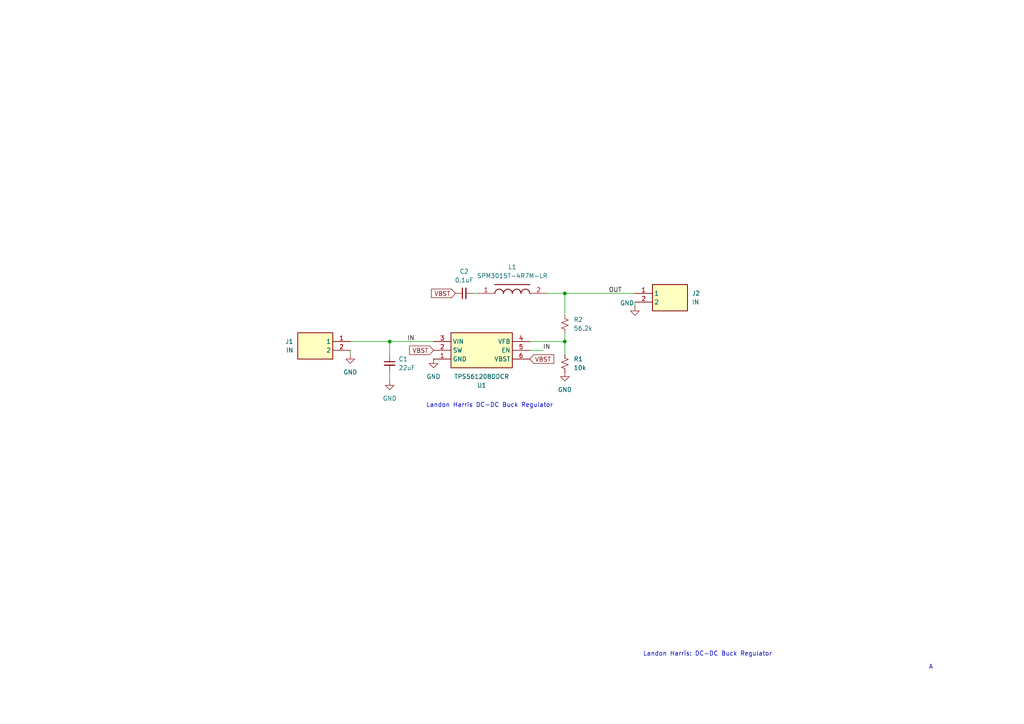
<source format=kicad_sch>
(kicad_sch
	(version 20250114)
	(generator "eeschema")
	(generator_version "9.0")
	(uuid "b451520c-f99c-4770-8111-da21f35372fa")
	(paper "A4")
	(lib_symbols
		(symbol "Device:C_Small"
			(pin_numbers
				(hide yes)
			)
			(pin_names
				(offset 0.254)
				(hide yes)
			)
			(exclude_from_sim no)
			(in_bom yes)
			(on_board yes)
			(property "Reference" "C"
				(at 0.254 1.778 0)
				(effects
					(font
						(size 1.27 1.27)
					)
					(justify left)
				)
			)
			(property "Value" "C_Small"
				(at 0.254 -2.032 0)
				(effects
					(font
						(size 1.27 1.27)
					)
					(justify left)
				)
			)
			(property "Footprint" ""
				(at 0 0 0)
				(effects
					(font
						(size 1.27 1.27)
					)
					(hide yes)
				)
			)
			(property "Datasheet" "~"
				(at 0 0 0)
				(effects
					(font
						(size 1.27 1.27)
					)
					(hide yes)
				)
			)
			(property "Description" "Unpolarized capacitor, small symbol"
				(at 0 0 0)
				(effects
					(font
						(size 1.27 1.27)
					)
					(hide yes)
				)
			)
			(property "ki_keywords" "capacitor cap"
				(at 0 0 0)
				(effects
					(font
						(size 1.27 1.27)
					)
					(hide yes)
				)
			)
			(property "ki_fp_filters" "C_*"
				(at 0 0 0)
				(effects
					(font
						(size 1.27 1.27)
					)
					(hide yes)
				)
			)
			(symbol "C_Small_0_1"
				(polyline
					(pts
						(xy -1.524 0.508) (xy 1.524 0.508)
					)
					(stroke
						(width 0.3048)
						(type default)
					)
					(fill
						(type none)
					)
				)
				(polyline
					(pts
						(xy -1.524 -0.508) (xy 1.524 -0.508)
					)
					(stroke
						(width 0.3302)
						(type default)
					)
					(fill
						(type none)
					)
				)
			)
			(symbol "C_Small_1_1"
				(pin passive line
					(at 0 2.54 270)
					(length 2.032)
					(name "~"
						(effects
							(font
								(size 1.27 1.27)
							)
						)
					)
					(number "1"
						(effects
							(font
								(size 1.27 1.27)
							)
						)
					)
				)
				(pin passive line
					(at 0 -2.54 90)
					(length 2.032)
					(name "~"
						(effects
							(font
								(size 1.27 1.27)
							)
						)
					)
					(number "2"
						(effects
							(font
								(size 1.27 1.27)
							)
						)
					)
				)
			)
			(embedded_fonts no)
		)
		(symbol "Device:R_Small_US"
			(pin_numbers
				(hide yes)
			)
			(pin_names
				(offset 0.254)
				(hide yes)
			)
			(exclude_from_sim no)
			(in_bom yes)
			(on_board yes)
			(property "Reference" "R"
				(at 0.762 0.508 0)
				(effects
					(font
						(size 1.27 1.27)
					)
					(justify left)
				)
			)
			(property "Value" "R_Small_US"
				(at 0.762 -1.016 0)
				(effects
					(font
						(size 1.27 1.27)
					)
					(justify left)
				)
			)
			(property "Footprint" ""
				(at 0 0 0)
				(effects
					(font
						(size 1.27 1.27)
					)
					(hide yes)
				)
			)
			(property "Datasheet" "~"
				(at 0 0 0)
				(effects
					(font
						(size 1.27 1.27)
					)
					(hide yes)
				)
			)
			(property "Description" "Resistor, small US symbol"
				(at 0 0 0)
				(effects
					(font
						(size 1.27 1.27)
					)
					(hide yes)
				)
			)
			(property "ki_keywords" "r resistor"
				(at 0 0 0)
				(effects
					(font
						(size 1.27 1.27)
					)
					(hide yes)
				)
			)
			(property "ki_fp_filters" "R_*"
				(at 0 0 0)
				(effects
					(font
						(size 1.27 1.27)
					)
					(hide yes)
				)
			)
			(symbol "R_Small_US_1_1"
				(polyline
					(pts
						(xy 0 1.524) (xy 1.016 1.143) (xy 0 0.762) (xy -1.016 0.381) (xy 0 0)
					)
					(stroke
						(width 0)
						(type default)
					)
					(fill
						(type none)
					)
				)
				(polyline
					(pts
						(xy 0 0) (xy 1.016 -0.381) (xy 0 -0.762) (xy -1.016 -1.143) (xy 0 -1.524)
					)
					(stroke
						(width 0)
						(type default)
					)
					(fill
						(type none)
					)
				)
				(pin passive line
					(at 0 2.54 270)
					(length 1.016)
					(name "~"
						(effects
							(font
								(size 1.27 1.27)
							)
						)
					)
					(number "1"
						(effects
							(font
								(size 1.27 1.27)
							)
						)
					)
				)
				(pin passive line
					(at 0 -2.54 90)
					(length 1.016)
					(name "~"
						(effects
							(font
								(size 1.27 1.27)
							)
						)
					)
					(number "2"
						(effects
							(font
								(size 1.27 1.27)
							)
						)
					)
				)
			)
			(embedded_fonts no)
		)
		(symbol "SamacSys_Parts:282834-2"
			(exclude_from_sim no)
			(in_bom yes)
			(on_board yes)
			(property "Reference" "J"
				(at 16.51 7.62 0)
				(effects
					(font
						(size 1.27 1.27)
					)
					(justify left top)
				)
			)
			(property "Value" "282834-2"
				(at 16.51 5.08 0)
				(effects
					(font
						(size 1.27 1.27)
					)
					(justify left top)
				)
			)
			(property "Footprint" "282834-2_1"
				(at 16.51 -94.92 0)
				(effects
					(font
						(size 1.27 1.27)
					)
					(justify left top)
					(hide yes)
				)
			)
			(property "Datasheet" "https://www.te.com/commerce/DocumentDelivery/DDEController?Action=srchrtrv&DocNm=1-1773458-1_EURO_STYLE_QRG&DocType=Data%20Sheet&DocLang=English&PartCntxt=282834-2&DocFormat=pdf"
				(at 16.51 -194.92 0)
				(effects
					(font
						(size 1.27 1.27)
					)
					(justify left top)
					(hide yes)
				)
			)
			(property "Description" "Body Features: Primary Product Color Green | Product Orientation Vertical | Configuration Features: Stacking Configuration Side Stackable | Number of Positions 2 | Wire Entry Angle 90 | Stacked Levels Without | Wire Entry Location Side | Number of Rows 1 | Contact Features: Contact Current Rating (Max) 10 AMP | Contact Base Material Brass | Contact Mating Area Plating Material Tin | Dimensions: Wire Size .05  1.3 MMSQ | Wire Size 30  16 AWG | Electrical Characteristics: Operating Voltage 150 VAC | H"
				(at 0 0 0)
				(effects
					(font
						(size 1.27 1.27)
					)
					(hide yes)
				)
			)
			(property "Height" ""
				(at 16.51 -394.92 0)
				(effects
					(font
						(size 1.27 1.27)
					)
					(justify left top)
					(hide yes)
				)
			)
			(property "Mouser Part Number" "571-282834-2"
				(at 16.51 -494.92 0)
				(effects
					(font
						(size 1.27 1.27)
					)
					(justify left top)
					(hide yes)
				)
			)
			(property "Mouser Price/Stock" "https://www.mouser.co.uk/ProductDetail/TE-Connectivity/282834-2?qs=A%252Bip%252BNCYi6N8cVKuk8xDog%3D%3D"
				(at 16.51 -594.92 0)
				(effects
					(font
						(size 1.27 1.27)
					)
					(justify left top)
					(hide yes)
				)
			)
			(property "Manufacturer_Name" "TE Connectivity"
				(at 16.51 -694.92 0)
				(effects
					(font
						(size 1.27 1.27)
					)
					(justify left top)
					(hide yes)
				)
			)
			(property "Manufacturer_Part_Number" "282834-2"
				(at 16.51 -794.92 0)
				(effects
					(font
						(size 1.27 1.27)
					)
					(justify left top)
					(hide yes)
				)
			)
			(symbol "282834-2_1_1"
				(rectangle
					(start 5.08 2.54)
					(end 15.24 -5.08)
					(stroke
						(width 0.254)
						(type default)
					)
					(fill
						(type background)
					)
				)
				(pin passive line
					(at 0 0 0)
					(length 5.08)
					(name "1"
						(effects
							(font
								(size 1.27 1.27)
							)
						)
					)
					(number "1"
						(effects
							(font
								(size 1.27 1.27)
							)
						)
					)
				)
				(pin passive line
					(at 0 -2.54 0)
					(length 5.08)
					(name "2"
						(effects
							(font
								(size 1.27 1.27)
							)
						)
					)
					(number "2"
						(effects
							(font
								(size 1.27 1.27)
							)
						)
					)
				)
			)
			(embedded_fonts no)
		)
		(symbol "SamacSys_Parts:SPM3015T-4R7M-LR"
			(pin_names
				(hide yes)
			)
			(exclude_from_sim no)
			(in_bom yes)
			(on_board yes)
			(property "Reference" "L"
				(at 16.51 6.35 0)
				(effects
					(font
						(size 1.27 1.27)
					)
					(justify left top)
				)
			)
			(property "Value" "SPM3015T-4R7M-LR"
				(at 16.51 3.81 0)
				(effects
					(font
						(size 1.27 1.27)
					)
					(justify left top)
				)
			)
			(property "Footprint" "SPM3010-3020"
				(at 16.51 -96.19 0)
				(effects
					(font
						(size 1.27 1.27)
					)
					(justify left top)
					(hide yes)
				)
			)
			(property "Datasheet" "https://product.tdk.com/system/files/dam/doc/product/inductor/inductor/smd/catalog/inductor_commercial_power_spm3015-lr_en.pdf"
				(at 16.51 -196.19 0)
				(effects
					(font
						(size 1.27 1.27)
					)
					(justify left top)
					(hide yes)
				)
			)
			(property "Description" "SMD / SMT Inductors (Coils), L=4.7?H, L x W x T :"
				(at 0 0 0)
				(effects
					(font
						(size 1.27 1.27)
					)
					(hide yes)
				)
			)
			(property "Height" ""
				(at 16.51 -396.19 0)
				(effects
					(font
						(size 1.27 1.27)
					)
					(justify left top)
					(hide yes)
				)
			)
			(property "Mouser Part Number" "810-SPM3015T4R7MLR"
				(at 16.51 -496.19 0)
				(effects
					(font
						(size 1.27 1.27)
					)
					(justify left top)
					(hide yes)
				)
			)
			(property "Mouser Price/Stock" "https://www.mouser.co.uk/ProductDetail/TDK/SPM3015T-4R7M-LR?qs=P8zzrVhehasUiys7exkb3g%3D%3D"
				(at 16.51 -596.19 0)
				(effects
					(font
						(size 1.27 1.27)
					)
					(justify left top)
					(hide yes)
				)
			)
			(property "Manufacturer_Name" "TDK"
				(at 16.51 -696.19 0)
				(effects
					(font
						(size 1.27 1.27)
					)
					(justify left top)
					(hide yes)
				)
			)
			(property "Manufacturer_Part_Number" "SPM3015T-4R7M-LR"
				(at 16.51 -796.19 0)
				(effects
					(font
						(size 1.27 1.27)
					)
					(justify left top)
					(hide yes)
				)
			)
			(symbol "SPM3015T-4R7M-LR_1_1"
				(polyline
					(pts
						(xy 5.08 2.54) (xy 15.24 2.54)
					)
					(stroke
						(width 0.254)
						(type default)
					)
					(fill
						(type none)
					)
				)
				(arc
					(start 5.08 0)
					(mid 6.35 1.219)
					(end 7.62 0)
					(stroke
						(width 0.254)
						(type default)
					)
					(fill
						(type none)
					)
				)
				(arc
					(start 7.62 0)
					(mid 8.89 1.219)
					(end 10.16 0)
					(stroke
						(width 0.254)
						(type default)
					)
					(fill
						(type none)
					)
				)
				(arc
					(start 10.16 0)
					(mid 11.43 1.219)
					(end 12.7 0)
					(stroke
						(width 0.254)
						(type default)
					)
					(fill
						(type none)
					)
				)
				(arc
					(start 12.7 0)
					(mid 13.97 1.219)
					(end 15.24 0)
					(stroke
						(width 0.254)
						(type default)
					)
					(fill
						(type none)
					)
				)
				(pin passive line
					(at 0 0 0)
					(length 5.08)
					(name "1"
						(effects
							(font
								(size 1.27 1.27)
							)
						)
					)
					(number "1"
						(effects
							(font
								(size 1.27 1.27)
							)
						)
					)
				)
				(pin passive line
					(at 20.32 0 180)
					(length 5.08)
					(name "2"
						(effects
							(font
								(size 1.27 1.27)
							)
						)
					)
					(number "2"
						(effects
							(font
								(size 1.27 1.27)
							)
						)
					)
				)
			)
			(embedded_fonts no)
		)
		(symbol "SamacSys_Parts:TPS561208DDCR"
			(exclude_from_sim no)
			(in_bom yes)
			(on_board yes)
			(property "Reference" "U"
				(at 24.13 7.62 0)
				(effects
					(font
						(size 1.27 1.27)
					)
					(justify left top)
				)
			)
			(property "Value" "TPS561208DDCR"
				(at 24.13 5.08 0)
				(effects
					(font
						(size 1.27 1.27)
					)
					(justify left top)
				)
			)
			(property "Footprint" "SOT95P280X110-6N"
				(at 24.13 -94.92 0)
				(effects
					(font
						(size 1.27 1.27)
					)
					(justify left top)
					(hide yes)
				)
			)
			(property "Datasheet" "http://www.ti.com/lit/gpn/tps561208"
				(at 24.13 -194.92 0)
				(effects
					(font
						(size 1.27 1.27)
					)
					(justify left top)
					(hide yes)
				)
			)
			(property "Description" "4.5V to 17V Input, 2A Output, Synchronous SWIFT Step-Down Converter"
				(at 0 0 0)
				(effects
					(font
						(size 1.27 1.27)
					)
					(hide yes)
				)
			)
			(property "Height" "1.1"
				(at 24.13 -394.92 0)
				(effects
					(font
						(size 1.27 1.27)
					)
					(justify left top)
					(hide yes)
				)
			)
			(property "Mouser Part Number" "595-TPS561208DDCR"
				(at 24.13 -494.92 0)
				(effects
					(font
						(size 1.27 1.27)
					)
					(justify left top)
					(hide yes)
				)
			)
			(property "Mouser Price/Stock" "https://www.mouser.co.uk/ProductDetail/Texas-Instruments/TPS561208DDCR?qs=5aG0NVq1C4wGRU8Kylr4iw%3D%3D"
				(at 24.13 -594.92 0)
				(effects
					(font
						(size 1.27 1.27)
					)
					(justify left top)
					(hide yes)
				)
			)
			(property "Manufacturer_Name" "Texas Instruments"
				(at 24.13 -694.92 0)
				(effects
					(font
						(size 1.27 1.27)
					)
					(justify left top)
					(hide yes)
				)
			)
			(property "Manufacturer_Part_Number" "TPS561208DDCR"
				(at 24.13 -794.92 0)
				(effects
					(font
						(size 1.27 1.27)
					)
					(justify left top)
					(hide yes)
				)
			)
			(symbol "TPS561208DDCR_1_1"
				(rectangle
					(start 5.08 2.54)
					(end 22.86 -7.62)
					(stroke
						(width 0.254)
						(type default)
					)
					(fill
						(type background)
					)
				)
				(pin passive line
					(at 0 0 0)
					(length 5.08)
					(name "GND"
						(effects
							(font
								(size 1.27 1.27)
							)
						)
					)
					(number "1"
						(effects
							(font
								(size 1.27 1.27)
							)
						)
					)
				)
				(pin passive line
					(at 0 -2.54 0)
					(length 5.08)
					(name "SW"
						(effects
							(font
								(size 1.27 1.27)
							)
						)
					)
					(number "2"
						(effects
							(font
								(size 1.27 1.27)
							)
						)
					)
				)
				(pin passive line
					(at 0 -5.08 0)
					(length 5.08)
					(name "VIN"
						(effects
							(font
								(size 1.27 1.27)
							)
						)
					)
					(number "3"
						(effects
							(font
								(size 1.27 1.27)
							)
						)
					)
				)
				(pin passive line
					(at 27.94 0 180)
					(length 5.08)
					(name "VBST"
						(effects
							(font
								(size 1.27 1.27)
							)
						)
					)
					(number "6"
						(effects
							(font
								(size 1.27 1.27)
							)
						)
					)
				)
				(pin passive line
					(at 27.94 -2.54 180)
					(length 5.08)
					(name "EN"
						(effects
							(font
								(size 1.27 1.27)
							)
						)
					)
					(number "5"
						(effects
							(font
								(size 1.27 1.27)
							)
						)
					)
				)
				(pin passive line
					(at 27.94 -5.08 180)
					(length 5.08)
					(name "VFB"
						(effects
							(font
								(size 1.27 1.27)
							)
						)
					)
					(number "4"
						(effects
							(font
								(size 1.27 1.27)
							)
						)
					)
				)
			)
			(embedded_fonts no)
		)
		(symbol "power:GND"
			(power)
			(pin_numbers
				(hide yes)
			)
			(pin_names
				(offset 0)
				(hide yes)
			)
			(exclude_from_sim no)
			(in_bom yes)
			(on_board yes)
			(property "Reference" "#PWR"
				(at 0 -6.35 0)
				(effects
					(font
						(size 1.27 1.27)
					)
					(hide yes)
				)
			)
			(property "Value" "GND"
				(at 0 -3.81 0)
				(effects
					(font
						(size 1.27 1.27)
					)
				)
			)
			(property "Footprint" ""
				(at 0 0 0)
				(effects
					(font
						(size 1.27 1.27)
					)
					(hide yes)
				)
			)
			(property "Datasheet" ""
				(at 0 0 0)
				(effects
					(font
						(size 1.27 1.27)
					)
					(hide yes)
				)
			)
			(property "Description" "Power symbol creates a global label with name \"GND\" , ground"
				(at 0 0 0)
				(effects
					(font
						(size 1.27 1.27)
					)
					(hide yes)
				)
			)
			(property "ki_keywords" "global power"
				(at 0 0 0)
				(effects
					(font
						(size 1.27 1.27)
					)
					(hide yes)
				)
			)
			(symbol "GND_0_1"
				(polyline
					(pts
						(xy 0 0) (xy 0 -1.27) (xy 1.27 -1.27) (xy 0 -2.54) (xy -1.27 -1.27) (xy 0 -1.27)
					)
					(stroke
						(width 0)
						(type default)
					)
					(fill
						(type none)
					)
				)
			)
			(symbol "GND_1_1"
				(pin power_in line
					(at 0 0 270)
					(length 0)
					(name "~"
						(effects
							(font
								(size 1.27 1.27)
							)
						)
					)
					(number "1"
						(effects
							(font
								(size 1.27 1.27)
							)
						)
					)
				)
			)
			(embedded_fonts no)
		)
	)
	(text "Landon Harris DC-DC Buck Regulator "
		(exclude_from_sim no)
		(at 142.494 117.602 0)
		(effects
			(font
				(size 1.27 1.27)
			)
		)
		(uuid "24c892f2-317e-47eb-bd0a-accd14ce84c5")
	)
	(text "Landon Harris: DC-DC Buck Regulator"
		(exclude_from_sim no)
		(at 205.232 189.738 0)
		(effects
			(font
				(size 1.27 1.27)
			)
		)
		(uuid "5ce278a2-19d2-4c53-ae65-a60c50192213")
	)
	(text "A"
		(exclude_from_sim no)
		(at 270.002 193.548 0)
		(effects
			(font
				(size 1.27 1.27)
			)
		)
		(uuid "fbeb037e-2892-4273-808f-ae83bec03639")
	)
	(junction
		(at 163.83 99.06)
		(diameter 0)
		(color 0 0 0 0)
		(uuid "122bdb5c-00cf-47d4-9882-77547bf93aa5")
	)
	(junction
		(at 163.83 85.09)
		(diameter 0)
		(color 0 0 0 0)
		(uuid "6940ea13-da37-4f18-ad4e-da285927e389")
	)
	(junction
		(at 113.03 99.06)
		(diameter 0)
		(color 0 0 0 0)
		(uuid "a21a8c2b-79a2-45be-ad03-b8d212f9833a")
	)
	(wire
		(pts
			(xy 163.83 99.06) (xy 163.83 102.87)
		)
		(stroke
			(width 0)
			(type default)
		)
		(uuid "02ac5d73-52b0-4659-a14e-927212815099")
	)
	(wire
		(pts
			(xy 101.6 99.06) (xy 113.03 99.06)
		)
		(stroke
			(width 0)
			(type default)
		)
		(uuid "1d112dca-9d31-463f-bfbd-8a5867514106")
	)
	(wire
		(pts
			(xy 158.75 85.09) (xy 163.83 85.09)
		)
		(stroke
			(width 0)
			(type default)
		)
		(uuid "31706aa6-30c7-45dc-9ebc-6c94f4830858")
	)
	(wire
		(pts
			(xy 153.67 101.6) (xy 157.48 101.6)
		)
		(stroke
			(width 0)
			(type default)
		)
		(uuid "31a679ab-bbdf-4598-88bd-be8bc209ede2")
	)
	(wire
		(pts
			(xy 113.03 99.06) (xy 125.73 99.06)
		)
		(stroke
			(width 0)
			(type default)
		)
		(uuid "4417d717-1105-410c-a7f7-435fb3da7e5b")
	)
	(wire
		(pts
			(xy 163.83 96.52) (xy 163.83 99.06)
		)
		(stroke
			(width 0)
			(type default)
		)
		(uuid "4e8c926f-e6fe-4e45-aec8-dc9b091c5eeb")
	)
	(wire
		(pts
			(xy 184.15 87.63) (xy 184.15 88.9)
		)
		(stroke
			(width 0)
			(type default)
		)
		(uuid "5f6865b6-5f2e-4de8-b8d2-4d4fd36fd345")
	)
	(wire
		(pts
			(xy 163.83 85.09) (xy 184.15 85.09)
		)
		(stroke
			(width 0)
			(type default)
		)
		(uuid "6ac031ca-4d30-4720-904e-a0cc7d1e4296")
	)
	(wire
		(pts
			(xy 137.16 85.09) (xy 138.43 85.09)
		)
		(stroke
			(width 0)
			(type default)
		)
		(uuid "72301b69-a6f6-43c4-a6f5-a193a7de9a81")
	)
	(wire
		(pts
			(xy 101.6 101.6) (xy 101.6 102.87)
		)
		(stroke
			(width 0)
			(type default)
		)
		(uuid "8bb7a7bb-39b1-4aef-802e-0d242847628e")
	)
	(wire
		(pts
			(xy 113.03 110.49) (xy 113.03 107.95)
		)
		(stroke
			(width 0)
			(type default)
		)
		(uuid "9b849abf-d7c5-4358-afcb-7b21b77ce980")
	)
	(wire
		(pts
			(xy 163.83 85.09) (xy 163.83 91.44)
		)
		(stroke
			(width 0)
			(type default)
		)
		(uuid "d54f6254-192f-45b3-bce6-4a21d2b1b0a3")
	)
	(wire
		(pts
			(xy 153.67 99.06) (xy 163.83 99.06)
		)
		(stroke
			(width 0)
			(type default)
		)
		(uuid "e2d579fd-24f8-466b-975b-d1d48bdf0ebb")
	)
	(wire
		(pts
			(xy 113.03 99.06) (xy 113.03 102.87)
		)
		(stroke
			(width 0)
			(type default)
		)
		(uuid "f1e5be9b-a31a-49ed-aa9f-82adc0f72949")
	)
	(label "IN"
		(at 118.11 99.06 0)
		(effects
			(font
				(size 1.27 1.27)
			)
			(justify left bottom)
		)
		(uuid "390d7a79-c09a-47b9-9718-056b21ce57e1")
	)
	(label "IN"
		(at 157.48 101.6 0)
		(effects
			(font
				(size 1.27 1.27)
			)
			(justify left bottom)
		)
		(uuid "ab028cd8-ff02-49ef-8eaf-16e0f344beef")
	)
	(label "OUT"
		(at 176.53 85.09 0)
		(effects
			(font
				(size 1.27 1.27)
			)
			(justify left bottom)
		)
		(uuid "e625a426-9cc0-4e2c-8c60-f65668100762")
	)
	(global_label "VBST"
		(shape input)
		(at 132.08 85.09 180)
		(fields_autoplaced yes)
		(effects
			(font
				(size 1.27 1.27)
			)
			(justify right)
		)
		(uuid "01e4c307-0144-468d-83d3-14e194c5c6b4")
		(property "Intersheetrefs" "${INTERSHEET_REFS}"
			(at 124.5591 85.09 0)
			(effects
				(font
					(size 1.27 1.27)
				)
				(justify right)
				(hide yes)
			)
		)
	)
	(global_label "VBST"
		(shape input)
		(at 125.73 101.6 180)
		(fields_autoplaced yes)
		(effects
			(font
				(size 1.27 1.27)
			)
			(justify right)
		)
		(uuid "1d4c8ccc-da08-45a9-8a74-06c4ab8324cc")
		(property "Intersheetrefs" "${INTERSHEET_REFS}"
			(at 118.2091 101.6 0)
			(effects
				(font
					(size 1.27 1.27)
				)
				(justify right)
				(hide yes)
			)
		)
	)
	(global_label "VBST"
		(shape input)
		(at 153.67 104.14 0)
		(fields_autoplaced yes)
		(effects
			(font
				(size 1.27 1.27)
			)
			(justify left)
		)
		(uuid "bcc27a78-2353-4180-ae09-fb2e3ac45051")
		(property "Intersheetrefs" "${INTERSHEET_REFS}"
			(at 161.1909 104.14 0)
			(effects
				(font
					(size 1.27 1.27)
				)
				(justify left)
				(hide yes)
			)
		)
	)
	(symbol
		(lib_id "power:GND")
		(at 184.15 88.9 0)
		(unit 1)
		(exclude_from_sim no)
		(in_bom yes)
		(on_board yes)
		(dnp no)
		(uuid "1c1db26f-4808-4761-ad85-03345cebfd12")
		(property "Reference" "#PWR05"
			(at 184.15 95.25 0)
			(effects
				(font
					(size 1.27 1.27)
				)
				(hide yes)
			)
		)
		(property "Value" "GND"
			(at 181.864 87.884 0)
			(effects
				(font
					(size 1.27 1.27)
				)
			)
		)
		(property "Footprint" ""
			(at 184.15 88.9 0)
			(effects
				(font
					(size 1.27 1.27)
				)
				(hide yes)
			)
		)
		(property "Datasheet" ""
			(at 184.15 88.9 0)
			(effects
				(font
					(size 1.27 1.27)
				)
				(hide yes)
			)
		)
		(property "Description" "Power symbol creates a global label with name \"GND\" , ground"
			(at 184.15 88.9 0)
			(effects
				(font
					(size 1.27 1.27)
				)
				(hide yes)
			)
		)
		(pin "1"
			(uuid "1b0f68b4-f81d-464a-8ae9-ba0f49cccddd")
		)
		(instances
			(project "DCDCBuck"
				(path "/b451520c-f99c-4770-8111-da21f35372fa"
					(reference "#PWR05")
					(unit 1)
				)
			)
		)
	)
	(symbol
		(lib_id "power:GND")
		(at 113.03 110.49 0)
		(unit 1)
		(exclude_from_sim no)
		(in_bom yes)
		(on_board yes)
		(dnp no)
		(fields_autoplaced yes)
		(uuid "329c60d4-56f3-410a-a8e3-0c1f0aec27c9")
		(property "Reference" "#PWR02"
			(at 113.03 116.84 0)
			(effects
				(font
					(size 1.27 1.27)
				)
				(hide yes)
			)
		)
		(property "Value" "GND"
			(at 113.03 115.57 0)
			(effects
				(font
					(size 1.27 1.27)
				)
			)
		)
		(property "Footprint" ""
			(at 113.03 110.49 0)
			(effects
				(font
					(size 1.27 1.27)
				)
				(hide yes)
			)
		)
		(property "Datasheet" ""
			(at 113.03 110.49 0)
			(effects
				(font
					(size 1.27 1.27)
				)
				(hide yes)
			)
		)
		(property "Description" "Power symbol creates a global label with name \"GND\" , ground"
			(at 113.03 110.49 0)
			(effects
				(font
					(size 1.27 1.27)
				)
				(hide yes)
			)
		)
		(pin "1"
			(uuid "45bb83ea-9a50-43ec-9d63-11f27b446209")
		)
		(instances
			(project "DCDCBuck"
				(path "/b451520c-f99c-4770-8111-da21f35372fa"
					(reference "#PWR02")
					(unit 1)
				)
			)
		)
	)
	(symbol
		(lib_id "SamacSys_Parts:TPS561208DDCR")
		(at 125.73 104.14 0)
		(mirror x)
		(unit 1)
		(exclude_from_sim no)
		(in_bom yes)
		(on_board yes)
		(dnp no)
		(uuid "6005445b-b9f8-461e-8106-d07ed91b8f5f")
		(property "Reference" "U1"
			(at 139.7 111.76 0)
			(effects
				(font
					(size 1.27 1.27)
				)
			)
		)
		(property "Value" "TPS561208DDCR"
			(at 139.7 109.22 0)
			(effects
				(font
					(size 1.27 1.27)
				)
			)
		)
		(property "Footprint" "SamacSys_Parts:SOT95P280X110-6N"
			(at 149.86 9.22 0)
			(effects
				(font
					(size 1.27 1.27)
				)
				(justify left top)
				(hide yes)
			)
		)
		(property "Datasheet" "http://www.ti.com/lit/gpn/tps561208"
			(at 149.86 -90.78 0)
			(effects
				(font
					(size 1.27 1.27)
				)
				(justify left top)
				(hide yes)
			)
		)
		(property "Description" "4.5V to 17V Input, 2A Output, Synchronous SWIFT Step-Down Converter"
			(at 125.73 104.14 0)
			(effects
				(font
					(size 1.27 1.27)
				)
				(hide yes)
			)
		)
		(property "Height" "1.1"
			(at 149.86 -290.78 0)
			(effects
				(font
					(size 1.27 1.27)
				)
				(justify left top)
				(hide yes)
			)
		)
		(property "Mouser Part Number" "595-TPS561208DDCR"
			(at 149.86 -390.78 0)
			(effects
				(font
					(size 1.27 1.27)
				)
				(justify left top)
				(hide yes)
			)
		)
		(property "Mouser Price/Stock" "https://www.mouser.co.uk/ProductDetail/Texas-Instruments/TPS561208DDCR?qs=5aG0NVq1C4wGRU8Kylr4iw%3D%3D"
			(at 149.86 -490.78 0)
			(effects
				(font
					(size 1.27 1.27)
				)
				(justify left top)
				(hide yes)
			)
		)
		(property "Manufacturer_Name" "Texas Instruments"
			(at 149.86 -590.78 0)
			(effects
				(font
					(size 1.27 1.27)
				)
				(justify left top)
				(hide yes)
			)
		)
		(property "Manufacturer_Part_Number" "TPS561208DDCR"
			(at 149.86 -690.78 0)
			(effects
				(font
					(size 1.27 1.27)
				)
				(justify left top)
				(hide yes)
			)
		)
		(pin "1"
			(uuid "57f1992a-aff8-498c-8175-0456cf50569b")
		)
		(pin "6"
			(uuid "1315614e-56c3-4970-930d-a0d6dffa3f5c")
		)
		(pin "4"
			(uuid "46bda2eb-6873-4fd3-a80a-1385549371b9")
		)
		(pin "5"
			(uuid "d557dc21-29d3-4215-8357-883b59f30c3f")
		)
		(pin "2"
			(uuid "6b325423-e762-4685-810e-8e7c2864e2dd")
		)
		(pin "3"
			(uuid "e6cd7cd0-f74c-47c7-8433-747521dc1c70")
		)
		(instances
			(project ""
				(path "/b451520c-f99c-4770-8111-da21f35372fa"
					(reference "U1")
					(unit 1)
				)
			)
		)
	)
	(symbol
		(lib_id "power:GND")
		(at 101.6 102.87 0)
		(unit 1)
		(exclude_from_sim no)
		(in_bom yes)
		(on_board yes)
		(dnp no)
		(fields_autoplaced yes)
		(uuid "645a7fb3-725c-4869-b8f9-0b1e06dd72a4")
		(property "Reference" "#PWR01"
			(at 101.6 109.22 0)
			(effects
				(font
					(size 1.27 1.27)
				)
				(hide yes)
			)
		)
		(property "Value" "GND"
			(at 101.6 107.95 0)
			(effects
				(font
					(size 1.27 1.27)
				)
			)
		)
		(property "Footprint" ""
			(at 101.6 102.87 0)
			(effects
				(font
					(size 1.27 1.27)
				)
				(hide yes)
			)
		)
		(property "Datasheet" ""
			(at 101.6 102.87 0)
			(effects
				(font
					(size 1.27 1.27)
				)
				(hide yes)
			)
		)
		(property "Description" "Power symbol creates a global label with name \"GND\" , ground"
			(at 101.6 102.87 0)
			(effects
				(font
					(size 1.27 1.27)
				)
				(hide yes)
			)
		)
		(pin "1"
			(uuid "bf41cf2a-2957-40f7-8024-f8ebe3d4ebe6")
		)
		(instances
			(project ""
				(path "/b451520c-f99c-4770-8111-da21f35372fa"
					(reference "#PWR01")
					(unit 1)
				)
			)
		)
	)
	(symbol
		(lib_id "Device:C_Small")
		(at 134.62 85.09 90)
		(mirror x)
		(unit 1)
		(exclude_from_sim no)
		(in_bom yes)
		(on_board yes)
		(dnp no)
		(fields_autoplaced yes)
		(uuid "77aadb12-bf04-4aa7-903d-fdd557b3eeda")
		(property "Reference" "C2"
			(at 134.6263 78.74 90)
			(effects
				(font
					(size 1.27 1.27)
				)
			)
		)
		(property "Value" "0.1uF"
			(at 134.6263 81.28 90)
			(effects
				(font
					(size 1.27 1.27)
				)
			)
		)
		(property "Footprint" "Capacitor_SMD:C_1210_3225Metric"
			(at 134.62 85.09 0)
			(effects
				(font
					(size 1.27 1.27)
				)
				(hide yes)
			)
		)
		(property "Datasheet" "~"
			(at 134.62 85.09 0)
			(effects
				(font
					(size 1.27 1.27)
				)
				(hide yes)
			)
		)
		(property "Description" "Unpolarized capacitor, small symbol"
			(at 134.62 85.09 0)
			(effects
				(font
					(size 1.27 1.27)
				)
				(hide yes)
			)
		)
		(pin "1"
			(uuid "118e143d-83cf-4a11-9037-32442c9d1f35")
		)
		(pin "2"
			(uuid "018d2719-d496-4a64-8d8f-a6beb507cba9")
		)
		(instances
			(project "DCDCBuck"
				(path "/b451520c-f99c-4770-8111-da21f35372fa"
					(reference "C2")
					(unit 1)
				)
			)
		)
	)
	(symbol
		(lib_id "SamacSys_Parts:282834-2")
		(at 101.6 99.06 0)
		(mirror y)
		(unit 1)
		(exclude_from_sim no)
		(in_bom yes)
		(on_board yes)
		(dnp no)
		(uuid "8394a296-19da-4255-98c6-fc173cb5715a")
		(property "Reference" "J1"
			(at 85.09 99.0599 0)
			(effects
				(font
					(size 1.27 1.27)
				)
				(justify left)
			)
		)
		(property "Value" "IN"
			(at 85.09 101.5999 0)
			(effects
				(font
					(size 1.27 1.27)
				)
				(justify left)
			)
		)
		(property "Footprint" "SamacSys_Parts:282834-2_1"
			(at 85.09 193.98 0)
			(effects
				(font
					(size 1.27 1.27)
				)
				(justify left top)
				(hide yes)
			)
		)
		(property "Datasheet" "https://www.te.com/commerce/DocumentDelivery/DDEController?Action=srchrtrv&DocNm=1-1773458-1_EURO_STYLE_QRG&DocType=Data%20Sheet&DocLang=English&PartCntxt=282834-2&DocFormat=pdf"
			(at 85.09 293.98 0)
			(effects
				(font
					(size 1.27 1.27)
				)
				(justify left top)
				(hide yes)
			)
		)
		(property "Description" "Body Features: Primary Product Color Green | Product Orientation Vertical | Configuration Features: Stacking Configuration Side Stackable | Number of Positions 2 | Wire Entry Angle 90 | Stacked Levels Without | Wire Entry Location Side | Number of Rows 1 | Contact Features: Contact Current Rating (Max) 10 AMP | Contact Base Material Brass | Contact Mating Area Plating Material Tin | Dimensions: Wire Size .05  1.3 MMSQ | Wire Size 30  16 AWG | Electrical Characteristics: Operating Voltage 150 VAC | H"
			(at 101.6 99.06 0)
			(effects
				(font
					(size 1.27 1.27)
				)
				(hide yes)
			)
		)
		(property "Height" ""
			(at 85.09 493.98 0)
			(effects
				(font
					(size 1.27 1.27)
				)
				(justify left top)
				(hide yes)
			)
		)
		(property "Mouser Part Number" "571-282834-2"
			(at 85.09 593.98 0)
			(effects
				(font
					(size 1.27 1.27)
				)
				(justify left top)
				(hide yes)
			)
		)
		(property "Mouser Price/Stock" "https://www.mouser.co.uk/ProductDetail/TE-Connectivity/282834-2?qs=A%252Bip%252BNCYi6N8cVKuk8xDog%3D%3D"
			(at 85.09 693.98 0)
			(effects
				(font
					(size 1.27 1.27)
				)
				(justify left top)
				(hide yes)
			)
		)
		(property "Manufacturer_Name" "TE Connectivity"
			(at 85.09 793.98 0)
			(effects
				(font
					(size 1.27 1.27)
				)
				(justify left top)
				(hide yes)
			)
		)
		(property "Manufacturer_Part_Number" "282834-2"
			(at 85.09 893.98 0)
			(effects
				(font
					(size 1.27 1.27)
				)
				(justify left top)
				(hide yes)
			)
		)
		(pin "1"
			(uuid "e4e23362-e38b-49f1-8ec1-a10a8fca69f4")
		)
		(pin "2"
			(uuid "ac1aa3c6-4be7-42ff-a673-a2be04345a30")
		)
		(instances
			(project ""
				(path "/b451520c-f99c-4770-8111-da21f35372fa"
					(reference "J1")
					(unit 1)
				)
			)
		)
	)
	(symbol
		(lib_id "SamacSys_Parts:282834-2")
		(at 184.15 85.09 0)
		(unit 1)
		(exclude_from_sim no)
		(in_bom yes)
		(on_board yes)
		(dnp no)
		(uuid "85e20a86-9b09-4b3f-b390-1077994741fc")
		(property "Reference" "J2"
			(at 200.66 85.0899 0)
			(effects
				(font
					(size 1.27 1.27)
				)
				(justify left)
			)
		)
		(property "Value" "IN"
			(at 200.66 87.6299 0)
			(effects
				(font
					(size 1.27 1.27)
				)
				(justify left)
			)
		)
		(property "Footprint" "SamacSys_Parts:282834-2_1"
			(at 200.66 180.01 0)
			(effects
				(font
					(size 1.27 1.27)
				)
				(justify left top)
				(hide yes)
			)
		)
		(property "Datasheet" "https://www.te.com/commerce/DocumentDelivery/DDEController?Action=srchrtrv&DocNm=1-1773458-1_EURO_STYLE_QRG&DocType=Data%20Sheet&DocLang=English&PartCntxt=282834-2&DocFormat=pdf"
			(at 200.66 280.01 0)
			(effects
				(font
					(size 1.27 1.27)
				)
				(justify left top)
				(hide yes)
			)
		)
		(property "Description" "Body Features: Primary Product Color Green | Product Orientation Vertical | Configuration Features: Stacking Configuration Side Stackable | Number of Positions 2 | Wire Entry Angle 90 | Stacked Levels Without | Wire Entry Location Side | Number of Rows 1 | Contact Features: Contact Current Rating (Max) 10 AMP | Contact Base Material Brass | Contact Mating Area Plating Material Tin | Dimensions: Wire Size .05  1.3 MMSQ | Wire Size 30  16 AWG | Electrical Characteristics: Operating Voltage 150 VAC | H"
			(at 184.15 85.09 0)
			(effects
				(font
					(size 1.27 1.27)
				)
				(hide yes)
			)
		)
		(property "Height" ""
			(at 200.66 480.01 0)
			(effects
				(font
					(size 1.27 1.27)
				)
				(justify left top)
				(hide yes)
			)
		)
		(property "Mouser Part Number" "571-282834-2"
			(at 200.66 580.01 0)
			(effects
				(font
					(size 1.27 1.27)
				)
				(justify left top)
				(hide yes)
			)
		)
		(property "Mouser Price/Stock" "https://www.mouser.co.uk/ProductDetail/TE-Connectivity/282834-2?qs=A%252Bip%252BNCYi6N8cVKuk8xDog%3D%3D"
			(at 200.66 680.01 0)
			(effects
				(font
					(size 1.27 1.27)
				)
				(justify left top)
				(hide yes)
			)
		)
		(property "Manufacturer_Name" "TE Connectivity"
			(at 200.66 780.01 0)
			(effects
				(font
					(size 1.27 1.27)
				)
				(justify left top)
				(hide yes)
			)
		)
		(property "Manufacturer_Part_Number" "282834-2"
			(at 200.66 880.01 0)
			(effects
				(font
					(size 1.27 1.27)
				)
				(justify left top)
				(hide yes)
			)
		)
		(pin "1"
			(uuid "a4a80593-1172-435f-a3ef-c5b7f26ffdd6")
		)
		(pin "2"
			(uuid "1b5b4391-e887-4afa-b5a9-09fe24169e0a")
		)
		(instances
			(project "DCDCBuck"
				(path "/b451520c-f99c-4770-8111-da21f35372fa"
					(reference "J2")
					(unit 1)
				)
			)
		)
	)
	(symbol
		(lib_id "SamacSys_Parts:SPM3015T-4R7M-LR")
		(at 138.43 85.09 0)
		(unit 1)
		(exclude_from_sim no)
		(in_bom yes)
		(on_board yes)
		(dnp no)
		(fields_autoplaced yes)
		(uuid "8e3d1f03-bf59-4dc0-be0f-7802e53d1f2a")
		(property "Reference" "L1"
			(at 148.59 77.47 0)
			(effects
				(font
					(size 1.27 1.27)
				)
			)
		)
		(property "Value" "SPM3015T-4R7M-LR"
			(at 148.59 80.01 0)
			(effects
				(font
					(size 1.27 1.27)
				)
			)
		)
		(property "Footprint" "SamacSys_Parts:SPM3010-3020"
			(at 154.94 181.28 0)
			(effects
				(font
					(size 1.27 1.27)
				)
				(justify left top)
				(hide yes)
			)
		)
		(property "Datasheet" "https://product.tdk.com/system/files/dam/doc/product/inductor/inductor/smd/catalog/inductor_commercial_power_spm3015-lr_en.pdf"
			(at 154.94 281.28 0)
			(effects
				(font
					(size 1.27 1.27)
				)
				(justify left top)
				(hide yes)
			)
		)
		(property "Description" "SMD / SMT Inductors (Coils), L=4.7?H, L x W x T :"
			(at 138.43 85.09 0)
			(effects
				(font
					(size 1.27 1.27)
				)
				(hide yes)
			)
		)
		(property "Height" ""
			(at 154.94 481.28 0)
			(effects
				(font
					(size 1.27 1.27)
				)
				(justify left top)
				(hide yes)
			)
		)
		(property "Mouser Part Number" "810-SPM3015T4R7MLR"
			(at 154.94 581.28 0)
			(effects
				(font
					(size 1.27 1.27)
				)
				(justify left top)
				(hide yes)
			)
		)
		(property "Mouser Price/Stock" "https://www.mouser.co.uk/ProductDetail/TDK/SPM3015T-4R7M-LR?qs=P8zzrVhehasUiys7exkb3g%3D%3D"
			(at 154.94 681.28 0)
			(effects
				(font
					(size 1.27 1.27)
				)
				(justify left top)
				(hide yes)
			)
		)
		(property "Manufacturer_Name" "TDK"
			(at 154.94 781.28 0)
			(effects
				(font
					(size 1.27 1.27)
				)
				(justify left top)
				(hide yes)
			)
		)
		(property "Manufacturer_Part_Number" "SPM3015T-4R7M-LR"
			(at 154.94 881.28 0)
			(effects
				(font
					(size 1.27 1.27)
				)
				(justify left top)
				(hide yes)
			)
		)
		(pin "1"
			(uuid "77749413-0382-42d1-8ece-d0a4c4ff1e13")
		)
		(pin "2"
			(uuid "e64ebf89-8cb4-4bd8-8f44-bcc902454b21")
		)
		(instances
			(project ""
				(path "/b451520c-f99c-4770-8111-da21f35372fa"
					(reference "L1")
					(unit 1)
				)
			)
		)
	)
	(symbol
		(lib_id "Device:R_Small_US")
		(at 163.83 105.41 0)
		(unit 1)
		(exclude_from_sim no)
		(in_bom yes)
		(on_board yes)
		(dnp no)
		(fields_autoplaced yes)
		(uuid "9d594ecc-dc3f-401c-aeca-a46b5ac2f92a")
		(property "Reference" "R1"
			(at 166.37 104.1399 0)
			(effects
				(font
					(size 1.27 1.27)
				)
				(justify left)
			)
		)
		(property "Value" "10k"
			(at 166.37 106.6799 0)
			(effects
				(font
					(size 1.27 1.27)
				)
				(justify left)
			)
		)
		(property "Footprint" "Resistor_SMD:R_1210_3225Metric"
			(at 163.83 105.41 0)
			(effects
				(font
					(size 1.27 1.27)
				)
				(hide yes)
			)
		)
		(property "Datasheet" "~"
			(at 163.83 105.41 0)
			(effects
				(font
					(size 1.27 1.27)
				)
				(hide yes)
			)
		)
		(property "Description" "Resistor, small US symbol"
			(at 163.83 105.41 0)
			(effects
				(font
					(size 1.27 1.27)
				)
				(hide yes)
			)
		)
		(pin "1"
			(uuid "47960131-5060-4661-967f-44f0c1519bca")
		)
		(pin "2"
			(uuid "979931fd-708d-4288-a54f-1e58147ec527")
		)
		(instances
			(project ""
				(path "/b451520c-f99c-4770-8111-da21f35372fa"
					(reference "R1")
					(unit 1)
				)
			)
		)
	)
	(symbol
		(lib_id "Device:R_Small_US")
		(at 163.83 93.98 0)
		(unit 1)
		(exclude_from_sim no)
		(in_bom yes)
		(on_board yes)
		(dnp no)
		(fields_autoplaced yes)
		(uuid "c0d6dcbd-cae9-471a-9102-a158f0a19b98")
		(property "Reference" "R2"
			(at 166.37 92.7099 0)
			(effects
				(font
					(size 1.27 1.27)
				)
				(justify left)
			)
		)
		(property "Value" "56.2k"
			(at 166.37 95.2499 0)
			(effects
				(font
					(size 1.27 1.27)
				)
				(justify left)
			)
		)
		(property "Footprint" "Resistor_SMD:R_1210_3225Metric"
			(at 163.83 93.98 0)
			(effects
				(font
					(size 1.27 1.27)
				)
				(hide yes)
			)
		)
		(property "Datasheet" "~"
			(at 163.83 93.98 0)
			(effects
				(font
					(size 1.27 1.27)
				)
				(hide yes)
			)
		)
		(property "Description" "Resistor, small US symbol"
			(at 163.83 93.98 0)
			(effects
				(font
					(size 1.27 1.27)
				)
				(hide yes)
			)
		)
		(pin "1"
			(uuid "084ef31d-b6ff-4679-b2b9-d3d4cd1afaec")
		)
		(pin "2"
			(uuid "a74caa3b-a690-4634-bb39-88125869ee6b")
		)
		(instances
			(project "DCDCBuck"
				(path "/b451520c-f99c-4770-8111-da21f35372fa"
					(reference "R2")
					(unit 1)
				)
			)
		)
	)
	(symbol
		(lib_id "power:GND")
		(at 163.83 107.95 0)
		(unit 1)
		(exclude_from_sim no)
		(in_bom yes)
		(on_board yes)
		(dnp no)
		(fields_autoplaced yes)
		(uuid "cdce6be5-b4f5-4743-ad6b-31999cca4ef7")
		(property "Reference" "#PWR04"
			(at 163.83 114.3 0)
			(effects
				(font
					(size 1.27 1.27)
				)
				(hide yes)
			)
		)
		(property "Value" "GND"
			(at 163.83 113.03 0)
			(effects
				(font
					(size 1.27 1.27)
				)
			)
		)
		(property "Footprint" ""
			(at 163.83 107.95 0)
			(effects
				(font
					(size 1.27 1.27)
				)
				(hide yes)
			)
		)
		(property "Datasheet" ""
			(at 163.83 107.95 0)
			(effects
				(font
					(size 1.27 1.27)
				)
				(hide yes)
			)
		)
		(property "Description" "Power symbol creates a global label with name \"GND\" , ground"
			(at 163.83 107.95 0)
			(effects
				(font
					(size 1.27 1.27)
				)
				(hide yes)
			)
		)
		(pin "1"
			(uuid "0e3c4455-550d-4ce5-952d-b50aa27a13e3")
		)
		(instances
			(project "DCDCBuck"
				(path "/b451520c-f99c-4770-8111-da21f35372fa"
					(reference "#PWR04")
					(unit 1)
				)
			)
		)
	)
	(symbol
		(lib_id "Device:C_Small")
		(at 113.03 105.41 0)
		(mirror y)
		(unit 1)
		(exclude_from_sim no)
		(in_bom yes)
		(on_board yes)
		(dnp no)
		(fields_autoplaced yes)
		(uuid "d5d8d655-e53f-47ad-bc73-7bce3831f9d5")
		(property "Reference" "C1"
			(at 115.57 104.1462 0)
			(effects
				(font
					(size 1.27 1.27)
				)
				(justify right)
			)
		)
		(property "Value" "22uF"
			(at 115.57 106.6862 0)
			(effects
				(font
					(size 1.27 1.27)
				)
				(justify right)
			)
		)
		(property "Footprint" "Capacitor_SMD:C_1210_3225Metric"
			(at 113.03 105.41 0)
			(effects
				(font
					(size 1.27 1.27)
				)
				(hide yes)
			)
		)
		(property "Datasheet" "~"
			(at 113.03 105.41 0)
			(effects
				(font
					(size 1.27 1.27)
				)
				(hide yes)
			)
		)
		(property "Description" "Unpolarized capacitor, small symbol"
			(at 113.03 105.41 0)
			(effects
				(font
					(size 1.27 1.27)
				)
				(hide yes)
			)
		)
		(pin "1"
			(uuid "2e86c3f5-7e21-42c2-9c0b-0d01ca690cff")
		)
		(pin "2"
			(uuid "522e3727-b730-4d33-9a79-2f9163bc3430")
		)
		(instances
			(project ""
				(path "/b451520c-f99c-4770-8111-da21f35372fa"
					(reference "C1")
					(unit 1)
				)
			)
		)
	)
	(symbol
		(lib_id "power:GND")
		(at 125.73 104.14 0)
		(unit 1)
		(exclude_from_sim no)
		(in_bom yes)
		(on_board yes)
		(dnp no)
		(fields_autoplaced yes)
		(uuid "dfee2158-96d1-47f4-92d4-e1579f2b395c")
		(property "Reference" "#PWR03"
			(at 125.73 110.49 0)
			(effects
				(font
					(size 1.27 1.27)
				)
				(hide yes)
			)
		)
		(property "Value" "GND"
			(at 125.73 109.22 0)
			(effects
				(font
					(size 1.27 1.27)
				)
			)
		)
		(property "Footprint" ""
			(at 125.73 104.14 0)
			(effects
				(font
					(size 1.27 1.27)
				)
				(hide yes)
			)
		)
		(property "Datasheet" ""
			(at 125.73 104.14 0)
			(effects
				(font
					(size 1.27 1.27)
				)
				(hide yes)
			)
		)
		(property "Description" "Power symbol creates a global label with name \"GND\" , ground"
			(at 125.73 104.14 0)
			(effects
				(font
					(size 1.27 1.27)
				)
				(hide yes)
			)
		)
		(pin "1"
			(uuid "6c6d1eec-a8b4-4775-97f2-ce5f6167289f")
		)
		(instances
			(project "DCDCBuck"
				(path "/b451520c-f99c-4770-8111-da21f35372fa"
					(reference "#PWR03")
					(unit 1)
				)
			)
		)
	)
	(sheet_instances
		(path "/"
			(page "1")
		)
	)
	(embedded_fonts no)
)

</source>
